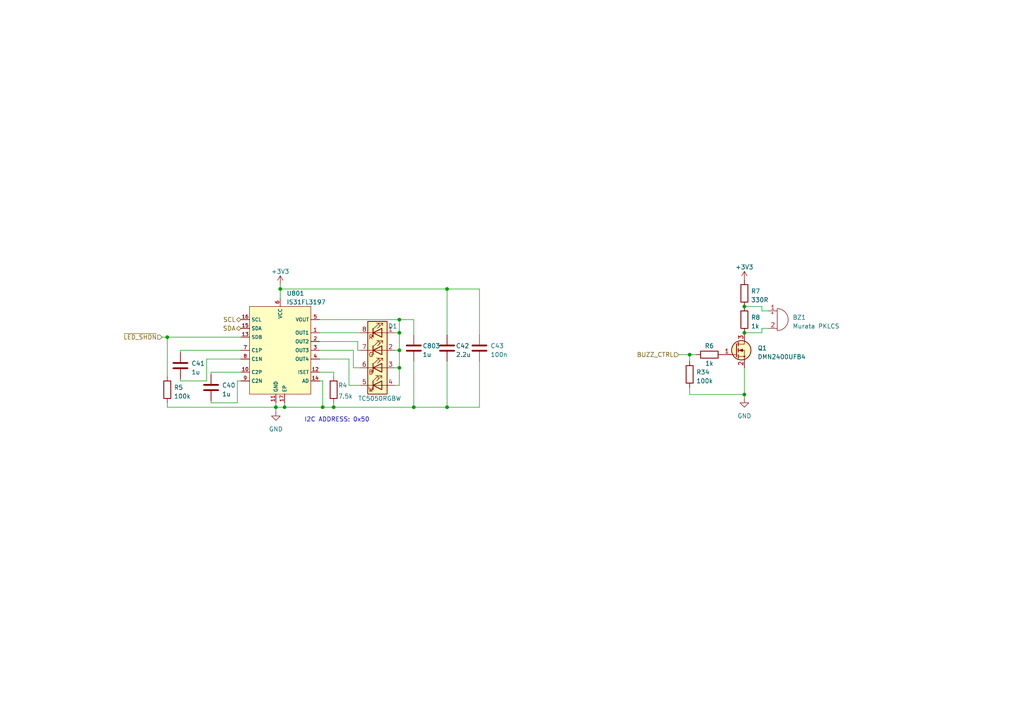
<source format=kicad_sch>
(kicad_sch (version 20230121) (generator eeschema)
  (paper "A4")
  (lib_symbols
    (symbol "Capstone:IS31FL3197"
      (property "Reference" "U" (at 27.94 2.54 0))
      (property "Value" "IS31FL3197" (at 27.94 30.48 0))
      (symbol "IS31FL3197_1_0"
        (pin output line (at 33.02 21.59 180) (length 2.54) (name "OUT1") (number "1"))
        (pin passive line (at 10.16 10.16 0) (length 2.54) (name "C2P") (number "10"))
        (pin power_in line (at 20.32 1.27 90) (length 2.54) (name "GND") (number "11"))
        (pin passive line (at 33.02 10.16 180) (length 2.54) (name "ISET") (number "12"))
        (pin input line (at 10.16 20.32 0) (length 2.54) (name "SDB") (number "13"))
        (pin input line (at 33.02 7.62 180) (length 2.54) (name "AD") (number "14"))
        (pin bidirectional line (at 10.16 22.86 0) (length 2.54) (name "SDA") (number "15"))
        (pin bidirectional line (at 10.16 25.4 0) (length 2.54) (name "SCL") (number "16"))
        (pin power_in line (at 22.86 1.27 90) (length 2.54) (name "EP") (number "17"))
        (pin output line (at 33.02 19.05 180) (length 2.54) (name "OUT2") (number "2"))
        (pin output line (at 33.02 16.51 180) (length 2.54) (name "OUT3") (number "3"))
        (pin output line (at 33.02 13.97 180) (length 2.54) (name "OUT4") (number "4"))
        (pin output line (at 33.02 25.4 180) (length 2.54) (name "VOUT") (number "5"))
        (pin power_in line (at 21.59 31.75 270) (length 2.54) (name "VCC") (number "6"))
        (pin passive line (at 10.16 16.51 0) (length 2.54) (name "C1P") (number "7"))
        (pin passive line (at 10.16 13.97 0) (length 2.54) (name "C1N") (number "8"))
        (pin passive line (at 10.16 7.62 0) (length 2.54) (name "C2N") (number "9"))
      )
      (symbol "IS31FL3197_1_1"
        (rectangle (start 12.7 29.21) (end 30.48 3.81) (fill (type background)))
      )
    )
    (symbol "Capstone:TC5050RGBW" (pin_names (offset 0) hide)
      (property "Reference" "D" (at 0 12.7 0))
      (property "Value" "TC5050RGBW" (at 0 -12.7 0))
      (symbol "TC5050RGBW_0_0"
        (text "B" (at -1.905 -3.81 0) (effects (font (size 1.27 1.27))))
        (text "G" (at -1.905 1.27 0) (effects (font (size 1.27 1.27))))
        (text "R" (at -1.905 6.35 0) (effects (font (size 1.27 1.27))))
      )
      (symbol "TC5050RGBW_0_1"
        (rectangle (start -2.794 10.922) (end 2.794 -10.16) (stroke (width 0.254)) (fill (type background)))
        (polyline (pts (xy -1.27 -7.62) (xy -2.54 -7.62)))
        (polyline (pts (xy -1.27 -7.62) (xy 1.27 -7.62)))
        (polyline (pts (xy -1.27 -6.35) (xy -1.27 -8.89)) (stroke (width 0.254)))
        (polyline (pts (xy -1.27 -2.54) (xy -2.54 -2.54)))
        (polyline (pts (xy -1.27 -2.54) (xy 1.27 -2.54)))
        (polyline (pts (xy -1.27 -1.27) (xy -1.27 -3.81)) (stroke (width 0.254)))
        (polyline (pts (xy -1.27 2.54) (xy -2.54 2.54)))
        (polyline (pts (xy -1.27 3.81) (xy -1.27 1.27)) (stroke (width 0.254)))
        (polyline (pts (xy -1.27 7.62) (xy -2.54 7.62)))
        (polyline (pts (xy -1.27 7.62) (xy 1.27 7.62)))
        (polyline (pts (xy -1.27 8.89) (xy -1.27 6.35)) (stroke (width 0.254)))
        (polyline (pts (xy 1.27 -7.62) (xy 2.54 -7.62)))
        (polyline (pts (xy 1.27 -2.54) (xy 2.54 -2.54)))
        (polyline (pts (xy 1.27 2.54) (xy -1.27 2.54)))
        (polyline (pts (xy 1.27 2.54) (xy 2.54 2.54)))
        (polyline (pts (xy 1.27 7.62) (xy 2.54 7.62)))
        (polyline (pts (xy -1.27 3.81) (xy -1.27 1.27) (xy -1.27 1.27)))
        (polyline (pts (xy -1.27 8.89) (xy -1.27 6.35) (xy -1.27 6.35)))
        (polyline (pts (xy 1.27 -6.35) (xy 1.27 -8.89) (xy -1.27 -7.62) (xy 1.27 -6.35)) (stroke (width 0.254)))
        (polyline (pts (xy 1.27 -1.27) (xy 1.27 -3.81) (xy -1.27 -2.54) (xy 1.27 -1.27)) (stroke (width 0.254)))
        (polyline (pts (xy 1.27 3.81) (xy 1.27 1.27) (xy -1.27 2.54) (xy 1.27 3.81)) (stroke (width 0.254)))
        (polyline (pts (xy 1.27 8.89) (xy 1.27 6.35) (xy -1.27 7.62) (xy 1.27 8.89)) (stroke (width 0.254)))
        (polyline (pts (xy -1.27 -6.35) (xy 0.254 -4.826) (xy -0.508 -4.826) (xy 0.254 -4.826) (xy 0.254 -5.588)))
        (polyline (pts (xy -1.016 -1.27) (xy 0.508 0.254) (xy -0.254 0.254) (xy 0.508 0.254) (xy 0.508 -0.508)))
        (polyline (pts (xy -1.016 3.81) (xy 0.508 5.334) (xy -0.254 5.334) (xy 0.508 5.334) (xy 0.508 4.572)))
        (polyline (pts (xy -1.016 8.89) (xy 0.508 10.414) (xy -0.254 10.414) (xy 0.508 10.414) (xy 0.508 9.652)))
        (polyline (pts (xy -0.254 -6.35) (xy 1.27 -4.826) (xy 0.508 -4.826) (xy 1.27 -4.826) (xy 1.27 -5.588)))
        (polyline (pts (xy 0 -1.27) (xy 1.524 0.254) (xy 0.762 0.254) (xy 1.524 0.254) (xy 1.524 -0.508)))
        (polyline (pts (xy 0 3.81) (xy 1.524 5.334) (xy 0.762 5.334) (xy 1.524 5.334) (xy 1.524 4.572)))
        (polyline (pts (xy 0 8.89) (xy 1.524 10.414) (xy 0.762 10.414) (xy 1.524 10.414) (xy 1.524 9.652)))
        (rectangle (start 1.27 1.27) (end 1.27 3.81))
        (rectangle (start 1.27 3.81) (end 1.27 3.81))
        (rectangle (start 1.27 6.35) (end 1.27 8.89))
        (rectangle (start 1.27 8.89) (end 1.27 8.89))
      )
      (symbol "TC5050RGBW_1_0"
        (text "W\n" (at -1.905 -8.89 0) (effects (font (size 1.27 1.27))))
      )
      (symbol "TC5050RGBW_1_1"
        (pin passive line (at 5.08 7.62 180) (length 2.54) (name "RA") (number "1"))
        (pin passive line (at 5.08 2.54 180) (length 2.54) (name "GA") (number "2"))
        (pin passive line (at 5.08 -2.54 180) (length 2.54) (name "BA") (number "3"))
        (pin passive line (at 5.08 -7.62 180) (length 2.54) (name "BA") (number "4"))
        (pin passive line (at -5.08 -7.62 0) (length 2.54) (name "BK") (number "5"))
        (pin passive line (at -5.08 -2.54 0) (length 2.54) (name "BK") (number "6"))
        (pin passive line (at -5.08 2.54 0) (length 2.54) (name "GK") (number "7"))
        (pin passive line (at -5.08 7.62 0) (length 2.54) (name "RK") (number "8"))
      )
    )
    (symbol "Device:Buzzer" (pin_names (offset 0.0254) hide)
      (property "Reference" "BZ" (at 3.81 1.27 0))
      (property "Value" "Buzzer" (at 3.81 -1.27 0))
      (symbol "Buzzer_0_1"
        (arc (start 0 -3.175) (mid 3.1612 0) (end 0 3.175))
        (polyline (pts (xy -1.651 1.905) (xy -1.143 1.905)))
        (polyline (pts (xy -1.397 2.159) (xy -1.397 1.651)))
        (polyline (pts (xy 0 3.175) (xy 0 -3.175)))
      )
      (symbol "Buzzer_1_1"
        (pin passive line (at -2.54 2.54 0) (length 2.54) (name "-") (number "1"))
        (pin passive line (at -2.54 -2.54 0) (length 2.54) (name "+") (number "2"))
      )
    )
    (symbol "Device:C" (pin_numbers hide) (pin_names (offset 0.254))
      (property "Reference" "C" (at 0.635 2.54 0))
      (property "Value" "C" (at 0.635 -2.54 0))
      (symbol "C_0_1"
        (polyline (pts (xy -2.032 -0.762) (xy 2.032 -0.762)) (stroke (width 0.508)))
        (polyline (pts (xy -2.032 0.762) (xy 2.032 0.762)) (stroke (width 0.508)))
      )
      (symbol "C_1_1"
        (pin passive line (at 0 3.81 270) (length 2.794) (name "~") (number "1"))
        (pin passive line (at 0 -3.81 90) (length 2.794) (name "~") (number "2"))
      )
    )
    (symbol "Device:R" (pin_numbers hide) (pin_names (offset 0))
      (property "Reference" "R" (at 2.032 0 90))
      (property "Value" "R" (at 0 0 90))
      (symbol "R_0_1"
        (rectangle (start -1.016 -2.54) (end 1.016 2.54) (stroke (width 0.254)))
      )
      (symbol "R_1_1"
        (pin passive line (at 0 3.81 270) (length 1.27) (name "~") (number "1"))
        (pin passive line (at 0 -3.81 90) (length 1.27) (name "~") (number "2"))
      )
    )
    (symbol "PCM_Transistor_MOSFET_AKL:DMN2400UFB4" (pin_names hide)
      (property "Reference" "Q" (at 5.08 1.27 0))
      (property "Value" "DMN2400UFB4" (at 5.08 -1.27 0))
      (symbol "DMN2400UFB4_0_1"
        (polyline (pts (xy 0.254 -1.27) (xy -2.54 -1.27)))
        (polyline (pts (xy 0.254 1.905) (xy 0.254 -1.905)) (stroke (width 0.254)))
        (polyline (pts (xy 0.762 -1.778) (xy 2.54 -1.778)))
        (polyline (pts (xy 0.762 -1.27) (xy 0.762 -2.286)) (stroke (width 0.254)))
        (polyline (pts (xy 0.762 0.508) (xy 0.762 -0.508)) (stroke (width 0.254)))
        (polyline (pts (xy 0.762 2.286) (xy 0.762 1.27)) (stroke (width 0.254)))
        (polyline (pts (xy 2.54 1.778) (xy 0.762 1.778)))
        (polyline (pts (xy 2.54 2.54) (xy 2.54 1.778)))
        (polyline (pts (xy 2.54 -2.54) (xy 2.54 0) (xy 0.762 0)))
        (polyline (pts (xy 1.016 0) (xy 2.032 0.381) (xy 2.032 -0.381) (xy 1.016 0)) (fill (type outline)))
        (circle (center 1.651 0) (radius 2.794) (stroke (width 0.254)) (fill (type background)))
        (circle (center 2.54 -1.778) (radius 0.1778) (fill (type outline)))
      )
      (symbol "DMN2400UFB4_1_1"
        (pin input line (at -3.81 -1.27 0) (length 2.54) (name "G") (number "1"))
        (pin passive line (at 2.54 -5.08 90) (length 2.54) (name "S") (number "2"))
        (pin passive line (at 2.54 5.08 270) (length 2.54) (name "D") (number "3"))
      )
    )
    (symbol "power:+3V3" (power) (pin_names (offset 0))
      (property "Value" "+3V3" (at 0 3.556 0))
      (symbol "+3V3_0_1"
        (polyline (pts (xy -0.762 1.27) (xy 0 2.54)))
        (polyline (pts (xy 0 0) (xy 0 2.54)))
        (polyline (pts (xy 0 2.54) (xy 0.762 1.27)))
      )
      (symbol "+3V3_1_1"
        (pin power_in line (at 0 0 90) (length 0) hide (name "+3V3") (number "1"))
      )
    )
    (symbol "power:GND" (power) (pin_names (offset 0))
      (property "Value" "GND" (at 0 -3.81 0))
      (symbol "GND_0_1"
        (polyline (pts (xy 0 0) (xy 0 -1.27) (xy 1.27 -1.27) (xy 0 -2.54) (xy -1.27 -1.27) (xy 0 -1.27)))
      )
      (symbol "GND_1_1"
        (pin power_in line (at 0 0 270) (length 0) hide (name "GND") (number "1"))
      )
    )
  )
  (junction (at 80.01 118.11))
  (junction (at 81.28 83.82))
  (junction (at 129.667 118.11))
  (junction (at 215.9 114.427))
  (junction (at 129.667 83.82))
  (junction (at 115.824 92.71))
  (junction (at 215.9 96.52))
  (junction (at 48.514 97.79))
  (junction (at 115.824 96.52))
  (junction (at 115.824 101.6))
  (junction (at 215.9 88.9))
  (junction (at 93.599 118.11))
  (junction (at 120.015 118.11))
  (junction (at 200.025 102.87))
  (junction (at 115.824 106.68))
  (junction (at 82.55 118.11))
  (junction (at 96.774 118.11))
  (wire (pts (xy 115.824 96.52) (xy 115.824 101.6)))
  (wire (pts (xy 81.28 86.36) (xy 81.28 83.82)))
  (wire (pts (xy 52.324 101.6) (xy 69.85 101.6)))
  (wire (pts (xy 220.98 88.9) (xy 220.98 90.17)))
  (wire (pts (xy 115.824 92.71) (xy 120.015 92.71)))
  (wire (pts (xy 220.98 90.17) (xy 222.885 90.17)))
  (wire (pts (xy 215.9 88.9) (xy 220.98 88.9)))
  (wire (pts (xy 104.394 106.68) (xy 102.489 106.68)))
  (wire (pts (xy 115.824 111.76) (xy 114.554 111.76)))
  (wire (pts (xy 48.514 97.79) (xy 48.514 109.22)))
  (wire (pts (xy 80.01 118.11) (xy 82.55 118.11)))
  (wire (pts (xy 92.71 110.49) (xy 93.599 110.49)))
  (wire (pts (xy 93.599 118.11) (xy 96.774 118.11)))
  (wire (pts (xy 114.554 101.6) (xy 115.824 101.6)))
  (wire (pts (xy 215.9 96.52) (xy 220.98 96.52)))
  (wire (pts (xy 48.514 97.79) (xy 69.85 97.79)))
  (wire (pts (xy 92.71 101.6) (xy 102.489 101.6)))
  (wire (pts (xy 200.025 102.87) (xy 201.93 102.87)))
  (wire (pts (xy 61.214 116.84) (xy 68.834 116.84)))
  (wire (pts (xy 46.99 97.79) (xy 48.514 97.79)))
  (wire (pts (xy 115.824 101.6) (xy 115.824 106.68)))
  (wire (pts (xy 96.774 118.11) (xy 120.015 118.11)))
  (wire (pts (xy 215.9 114.427) (xy 215.9 115.57)))
  (wire (pts (xy 82.55 118.11) (xy 93.599 118.11)))
  (wire (pts (xy 101.219 104.14) (xy 101.219 111.76)))
  (wire (pts (xy 68.834 110.49) (xy 69.85 110.49)))
  (wire (pts (xy 92.71 96.52) (xy 104.394 96.52)))
  (wire (pts (xy 196.85 102.87) (xy 200.025 102.87)))
  (wire (pts (xy 114.554 96.52) (xy 115.824 96.52)))
  (wire (pts (xy 92.71 99.06) (xy 103.759 99.06)))
  (wire (pts (xy 200.025 114.427) (xy 215.9 114.427)))
  (wire (pts (xy 93.599 110.49) (xy 93.599 118.11)))
  (wire (pts (xy 215.9 106.68) (xy 215.9 114.427)))
  (wire (pts (xy 48.514 116.84) (xy 48.514 118.11)))
  (wire (pts (xy 82.55 116.84) (xy 82.55 118.11)))
  (wire (pts (xy 61.214 108.585) (xy 61.214 107.95)))
  (wire (pts (xy 52.324 110.49) (xy 52.324 109.855)))
  (wire (pts (xy 80.01 118.11) (xy 80.01 116.84)))
  (wire (pts (xy 103.759 101.6) (xy 104.394 101.6)))
  (wire (pts (xy 92.71 107.95) (xy 96.774 107.95)))
  (wire (pts (xy 120.015 104.775) (xy 120.015 118.11)))
  (wire (pts (xy 115.824 106.68) (xy 115.824 111.76)))
  (wire (pts (xy 68.834 116.84) (xy 68.834 110.49)))
  (wire (pts (xy 96.774 116.84) (xy 96.774 118.11)))
  (wire (pts (xy 101.219 111.76) (xy 104.394 111.76)))
  (wire (pts (xy 129.667 97.155) (xy 129.667 83.82)))
  (wire (pts (xy 220.98 95.25) (xy 220.98 96.52)))
  (wire (pts (xy 52.324 102.235) (xy 52.324 101.6)))
  (wire (pts (xy 222.885 95.25) (xy 220.98 95.25)))
  (wire (pts (xy 120.015 97.155) (xy 120.015 92.71)))
  (wire (pts (xy 92.71 104.14) (xy 101.219 104.14)))
  (wire (pts (xy 96.774 107.95) (xy 96.774 109.22)))
  (wire (pts (xy 115.824 92.71) (xy 115.824 96.52)))
  (wire (pts (xy 61.214 107.95) (xy 69.85 107.95)))
  (wire (pts (xy 92.71 92.71) (xy 115.824 92.71)))
  (wire (pts (xy 120.015 118.11) (xy 129.667 118.11)))
  (wire (pts (xy 114.554 106.68) (xy 115.824 106.68)))
  (wire (pts (xy 200.025 112.395) (xy 200.025 114.427)))
  (wire (pts (xy 81.28 83.82) (xy 129.667 83.82)))
  (wire (pts (xy 200.025 102.87) (xy 200.025 104.775)))
  (wire (pts (xy 81.28 82.55) (xy 81.28 83.82)))
  (wire (pts (xy 61.214 116.84) (xy 61.214 116.205)))
  (wire (pts (xy 139.065 104.775) (xy 139.065 118.11)))
  (wire (pts (xy 59.944 104.14) (xy 69.85 104.14)))
  (wire (pts (xy 80.01 118.11) (xy 80.01 119.38)))
  (wire (pts (xy 48.514 118.11) (xy 80.01 118.11)))
  (wire (pts (xy 139.065 83.82) (xy 139.065 97.155)))
  (wire (pts (xy 59.944 110.49) (xy 59.944 104.14)))
  (wire (pts (xy 129.667 118.11) (xy 139.065 118.11)))
  (wire (pts (xy 103.759 99.06) (xy 103.759 101.6)))
  (wire (pts (xy 129.667 83.82) (xy 139.065 83.82)))
  (wire (pts (xy 52.324 110.49) (xy 59.944 110.49)))
  (wire (pts (xy 102.489 106.68) (xy 102.489 101.6)))
  (wire (pts (xy 129.667 104.775) (xy 129.667 118.11)))
  (text "I2C ADDRESS: 0x50\n" (at 88.265 122.555 0) (effects (font (size 1.27 1.27)) (justify left bottom)))
  (hierarchical_label "~{LED_SHDN}" (shape input) (at 46.99 97.79 180))
  (hierarchical_label "SDA" (shape bidirectional) (at 69.85 95.25 180))
  (hierarchical_label "BUZZ_CTRL" (shape input) (at 196.85 102.87 180))
  (hierarchical_label "SCL" (shape bidirectional) (at 69.85 92.71 180))
  (symbol (lib_id "Device:C") (at 129.667 100.965 0) (unit 1)
    (property "Reference" "C42" (at 132.207 100.33 0) (effects (justify left)))
    (property "Value" "2.2u" (at 132.207 102.87 0) (effects (justify left)))
    (property "Footprint" "Capacitor_SMD:C_0402_1005Metric" (effects hide))
    (instances (project "low-power" (path "" (reference "C42") (unit 1)) (path "" (reference "C804") (unit 1))))
  )
  (symbol (lib_id "Device:C") (at 120.015 100.965 0) (unit 1)
    (property "Reference" "C803" (at 122.555 100.33 0) (effects (justify left)))
    (property "Value" "1u" (at 122.555 102.87 0) (effects (justify left)))
    (property "Footprint" "Capacitor_SMD:C_0402_1005Metric" (effects hide))
  )
  (symbol (lib_id "Device:C") (at 61.214 112.395 0) (unit 1)
    (property "Reference" "C40" (at 64.389 111.76 0) (effects (justify left)))
    (property "Value" "1u" (at 64.389 114.3 0) (effects (justify left)))
    (property "Footprint" "Capacitor_SMD:C_0402_1005Metric" (effects hide))
    (instances (project "low-power" (path "" (reference "C40") (unit 1)) (path "" (reference "C802") (unit 1))))
  )
  (symbol (lib_id "Capstone:TC5050RGBW") (at 109.474 104.14 0) (unit 1)
    (property "Reference" "D1" (at 113.919 94.615 0))
    (property "Value" "TC5050RGBW" (at 110.109 115.57 0))
    (property "Footprint" "capstone:TC5050RGBW" (effects hide))
    (instances (project "low-power" (path "" (reference "D1") (unit 1)) (path "" (reference "D801") (unit 1))))
  )
  (symbol (lib_id "Device:C") (at 139.065 100.965 0) (unit 1)
    (property "Reference" "C43" (at 142.24 100.33 0) (effects (justify left)))
    (property "Value" "100n" (at 142.24 102.87 0) (effects (justify left)))
    (property "Footprint" "Capacitor_SMD:C_0201_0603Metric" (effects hide))
    (instances (project "low-power" (path "" (reference "C43") (unit 1)) (path "" (reference "C805") (unit 1))))
  )
  (symbol (lib_id "Device:C") (at 52.324 106.045 0) (unit 1)
    (property "Reference" "C41" (at 55.499 105.41 0) (effects (justify left)))
    (property "Value" "1u" (at 55.499 107.95 0) (effects (justify left)))
    (property "Footprint" "Capacitor_SMD:C_0402_1005Metric" (effects hide))
    (instances (project "low-power" (path "" (reference "C41") (unit 1)) (path "" (reference "C801") (unit 1))))
  )
  (symbol (lib_id "Device:Buzzer") (at 225.425 92.71 0) (unit 1)
    (property "Reference" "BZ1" (at 229.87 92.075 0) (effects (justify left)))
    (property "Value" "Murata PKLCS" (at 229.87 94.615 0) (effects (justify left)))
    (property "Footprint" "capstone:Buzzer_Murata_PKLCS1212E" (effects hide))
    (instances (project "low-power" (path "" (reference "BZ1") (unit 1)) (path "" (reference "BZ1") (unit 1)) (path "" (reference "BZ801") (unit 1))))
  )
  (symbol (lib_id "PCM_Transistor_MOSFET_AKL:DMN2400UFB4") (at 213.36 101.6 0) (unit 1)
    (property "Reference" "Q1" (at 219.71 100.965 0) (effects (justify left)))
    (property "Value" "DMN2400UFB4" (at 219.71 103.505 0) (effects (justify left)))
    (property "Footprint" "capstone:TRXDFN100X60X40-3N" (effects hide))
    (property "Datasheet" "https://www.tme.eu/Document/f0e8fbc307fdacfd3c7473eb4d701425/DMN2400UFB4.pdf" (effects hide))
    (instances (project "low-power" (path "" (reference "Q1") (unit 1)) (path "" (reference "Q1") (unit 1)) (path "" (reference "Q801") (unit 1))))
  )
  (symbol (lib_id "Device:R") (at 200.025 108.585 0) (unit 1)
    (property "Reference" "R34" (at 201.93 107.95 0) (effects (justify left)))
    (property "Value" "100k" (at 201.93 110.49 0) (effects (justify left)))
    (property "Footprint" "Resistor_SMD:R_0201_0603Metric" (effects hide))
    (instances (project "low-power" (path "" (reference "R34") (unit 1)) (path "" (reference "R803") (unit 1))))
  )
  (symbol (lib_id "Device:R") (at 96.774 113.03 0) (unit 1)
    (property "Reference" "R4" (at 98.044 111.76 0) (effects (justify left)))
    (property "Value" "7.5k" (at 98.044 114.935 0) (effects (justify left)))
    (property "Footprint" "Resistor_SMD:R_0201_0603Metric" (effects hide))
    (instances (project "low-power" (path "" (reference "R4") (unit 1)) (path "" (reference "R802") (unit 1))))
  )
  (symbol (lib_id "power:+3V3") (at 215.9 81.28 0) (unit 1)
    (property "Reference" "#PWR033" (effects hide))
    (property "Value" "+3V3" (at 215.9 77.47 0))
    (instances (project "low-power" (path "" (reference "#PWR033") (unit 1)) (path "" (reference "#PWR033") (unit 1)) (path "" (reference "#PWR0803") (unit 1))))
  )
  (symbol (lib_id "Device:R") (at 215.9 92.71 0) (unit 1)
    (property "Reference" "R8" (at 217.805 92.075 0) (effects (justify left)))
    (property "Value" "1k" (at 217.805 94.615 0) (effects (justify left)))
    (property "Footprint" "Resistor_SMD:R_0603_1608Metric" (effects hide))
    (instances (project "low-power" (path "" (reference "R8") (unit 1)) (path "" (reference "R8") (unit 1)) (path "" (reference "R806") (unit 1))))
  )
  (symbol (lib_id "Capstone:IS31FL3197") (at 59.69 118.11 0) (unit 1)
    (property "Reference" "U801" (at 83.1089 85.09 0) (effects (justify left)))
    (property "Value" "IS31FL3197" (at 83.1089 87.63 0) (effects (justify left)))
    (property "Footprint" "capstone:QFN-16-1EP_4x4mm_P0.65mm_EP2.1x2.1mm" (effects hide))
  )
  (symbol (lib_id "power:GND") (at 215.9 115.57 0) (unit 1)
    (property "Reference" "#PWR034" (effects hide))
    (property "Value" "GND" (at 215.9 120.65 0))
    (instances (project "low-power" (path "" (reference "#PWR034") (unit 1)) (path "" (reference "#PWR0804") (unit 1))))
  )
  (symbol (lib_id "Device:R") (at 48.514 113.03 0) (unit 1)
    (property "Reference" "R5" (at 50.419 112.395 0) (effects (justify left)))
    (property "Value" "100k" (at 50.419 114.935 0) (effects (justify left)))
    (property "Footprint" "Resistor_SMD:R_0201_0603Metric" (effects hide))
    (instances (project "low-power" (path "" (reference "R5") (unit 1)) (path "" (reference "R801") (unit 1))))
  )
  (symbol (lib_id "Device:R") (at 205.74 102.87 90) (unit 1)
    (property "Reference" "R6" (at 205.74 100.33 90))
    (property "Value" "1k" (at 205.74 105.41 90))
    (property "Footprint" "Resistor_SMD:R_0201_0603Metric" (effects hide))
    (instances (project "low-power" (path "" (reference "R6") (unit 1)) (path "" (reference "R6") (unit 1)) (path "" (reference "R804") (unit 1))))
  )
  (symbol (lib_id "power:+3V3") (at 81.28 82.55 0) (unit 1)
    (property "Reference" "#PWR028" (effects hide))
    (property "Value" "+3V3" (at 81.28 78.74 0))
    (instances (project "low-power" (path "" (reference "#PWR028") (unit 1)) (path "" (reference "#PWR0802") (unit 1))))
  )
  (symbol (lib_id "Device:R") (at 215.9 85.09 0) (unit 1)
    (property "Reference" "R7" (at 217.805 84.455 0) (effects (justify left)))
    (property "Value" "330R" (at 217.805 86.995 0) (effects (justify left)))
    (property "Footprint" "Resistor_SMD:R_0603_1608Metric" (effects hide))
    (instances (project "low-power" (path "" (reference "R7") (unit 1)) (path "" (reference "R7") (unit 1)) (path "" (reference "R805") (unit 1))))
  )
  (symbol (lib_id "power:GND") (at 80.01 119.38 0) (unit 1)
    (property "Reference" "#PWR029" (effects hide))
    (property "Value" "GND" (at 80.01 124.46 0))
    (instances (project "low-power" (path "" (reference "#PWR029") (unit 1)) (path "" (reference "#PWR0801") (unit 1))))
  )
)
</source>
